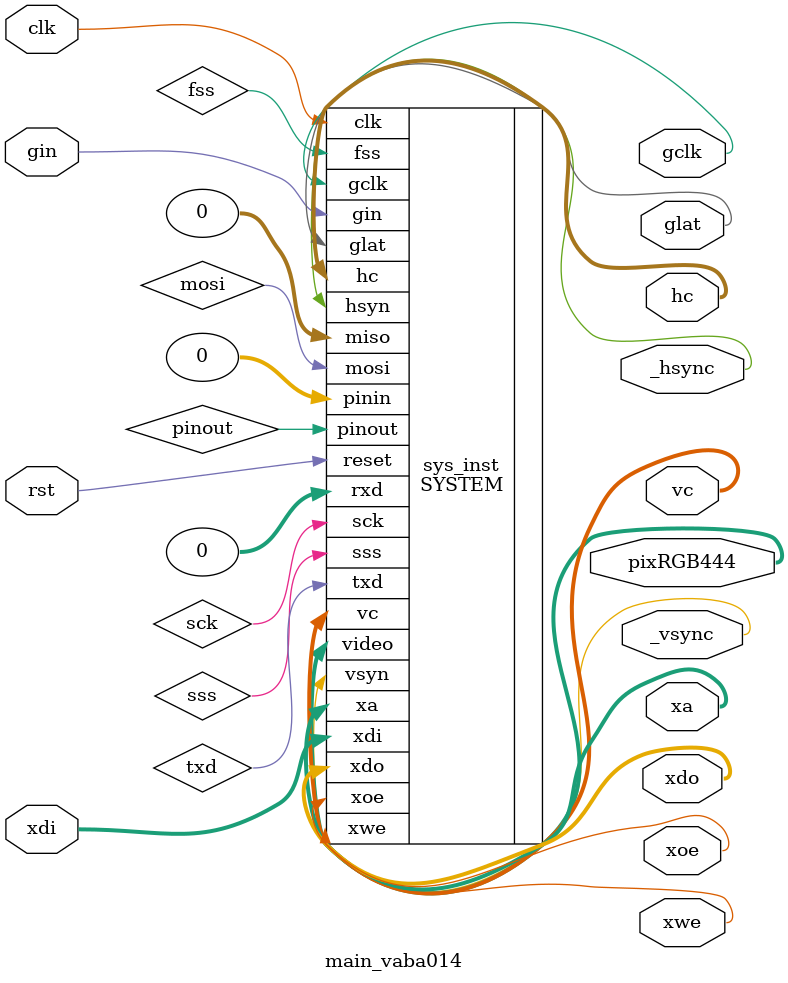
<source format=v>

`default_nettype none

module main #(
 parameter v736259 = 25000000,
 parameter v635beb = 400000,
 parameter v998150 = 0,
 parameter v8cc579 = 66,
 parameter v73d0f0 = 500,
 parameter v3bec5a = 5,
 parameter v2e7aef = 1,
 parameter v868116 = 1,
 parameter vf9f4f9 = 4,
 parameter v853baa = 192,
 parameter va39b27 = 100,
 parameter ve8ac7d = 64,
 parameter v4dcdd3 = 192,
 parameter v24d0a4 = 60,
 parameter vbc9f84 = 100
) (
 input vbacd3a,
 input v10c9e7,
 input v36f371,
 input v11a4a0,
 output [1:0] v02d781,
 output [1:0] v3ef8ce,
 output [1:0] ved8336,
 output [1:0] v1e5cd8,
 output [0:7] vinit,
 inout v158ce4,
 inout v198889
);
 localparam p0 = v868116;
 localparam p1 = v3bec5a;
 localparam p2 = v8cc579;
 localparam p3 = v998150;
 localparam p7 = v4dcdd3;
 localparam p8 = vbc9f84;
 localparam p9 = ve8ac7d;
 localparam p10 = v24d0a4;
 localparam p22 = v736259;
 localparam p23 = v635beb;
 localparam p24 = vf9f4f9;
 localparam p25 = v853baa;
 localparam p26 = va39b27;
 localparam p28 = v73d0f0;
 localparam p30 = v2e7aef;
 wire w4;
 wire [0:15] w5;
 wire [0:15] w6;
 wire [0:15] w11;
 wire [0:15] w12;
 wire [0:15] w13;
 wire w14;
 wire [0:15] w15;
 wire [0:15] w16;
 wire [0:1] w17;
 wire w18;
 wire w19;
 wire w20;
 wire w21;
 wire [0:11] w27;
 wire w29;
 wire [0:9] w31;
 wire [0:9] w32;
 wire w33;
 wire w34;
 wire w35;
 wire w36;
 wire w37;
 wire w38;
 wire w39;
 wire w40;
 wire w41;
 wire w42;
 wire w43;
 wire w44;
 wire [0:11] w45;
 wire w46;
 wire w47;
 wire w48;
 wire w49;
 wire w50;
 wire w51;
 wire w52;
 wire w53;
 wire w54;
 wire w55;
 wire w56;
 wire w57;
 wire w58;
 wire w59;
 wire w60;
 wire [0:11] w61;
 wire [0:11] w62;
 wire w63;
 wire w64;
 wire w65;
 wire [0:1] w66;
 wire w67;
 wire w68;
 wire w69;
 wire w70;
 wire w71;
 wire w72;
 wire [0:9] w73;
 wire [0:1] w74;
 wire w75;
 wire [0:9] w76;
 wire [0:1] w77;
 wire w78;
 wire w79;
 wire [0:9] w80;
 wire [0:9] w81;
 wire [0:9] w82;
 wire w83;
 wire [0:9] w84;
 wire [0:9] w85;
 wire [0:9] w86;
 wire w87;
 wire w88;
 wire w89;
 wire w90;
 wire w91;
 wire w92;
 wire w93;
 wire w94;
 wire w95;
 assign w4 = vbacd3a;
 assign v02d781 = w17;
 assign v198889 = w19;
 assign v158ce4 = w20;
 assign w21 = v11a4a0;
 assign w33 = v36f371;
 assign w34 = v36f371;
 assign w35 = v36f371;
 assign w37 = v10c9e7;
 assign v3ef8ce = w66;
 assign ved8336 = w74;
 assign v1e5cd8 = w77;
 assign w11 = w5;
 assign w12 = w6;
 assign w34 = w33;
 assign w35 = w33;
 assign w35 = w34;
 assign w40 = w38;
 assign w42 = w38;
 assign w42 = w40;
 assign w44 = w43;
 assign w47 = w46;
 assign w48 = w46;
 assign w48 = w47;
 assign w49 = w46;
 assign w49 = w47;
 assign w49 = w48;
 assign w50 = w46;
 assign w50 = w47;
 assign w50 = w48;
 assign w50 = w49;
 assign w51 = w46;
 assign w51 = w47;
 assign w51 = w48;
 assign w51 = w49;
 assign w51 = w50;
 assign w52 = w46;
 assign w52 = w47;
 assign w52 = w48;
 assign w52 = w49;
 assign w52 = w50;
 assign w52 = w51;
 assign w53 = w46;
 assign w53 = w47;
 assign w53 = w48;
 assign w53 = w49;
 assign w53 = w50;
 assign w53 = w51;
 assign w53 = w52;
 assign w54 = w46;
 assign w54 = w47;
 assign w54 = w48;
 assign w54 = w49;
 assign w54 = w50;
 assign w54 = w51;
 assign w54 = w52;
 assign w54 = w53;
 assign w55 = w46;
 assign w55 = w47;
 assign w55 = w48;
 assign w55 = w49;
 assign w55 = w50;
 assign w55 = w51;
 assign w55 = w52;
 assign w55 = w53;
 assign w55 = w54;
 assign w57 = w56;
 assign w58 = w56;
 assign w58 = w57;
 assign w59 = w56;
 assign w59 = w57;
 assign w59 = w58;
 assign w60 = w56;
 assign w60 = w57;
 assign w60 = w58;
 assign w60 = w59;
 assign w64 = w63;
 assign w68 = w67;
 assign w69 = w67;
 assign w69 = w68;
 assign w81 = w80;
 assign w82 = w80;
 assign w82 = w81;
 assign w85 = w84;
 assign w86 = w84;
 assign w86 = w85;
 assign w89 = w88;
 assign w91 = w90;
 ve2b7eb #(
  .vd29ea2(p0),
  .v204bed(p1),
  .vecb3d5(p2),
  .ve58c06(p3)
 ) vba26bf (
  .v328508(w4),
  .vdbfa46(w46)
 );
 main_vd18f21 vd18f21 (
 
 );
 main_vb5f312 #(
  .REDUCED_W(p9),
  .REDUCED_H(p10)
 ) vb5f312 (
  .addr(w5),
  .din(w6),
  ._dout(w15),
  .clk(w51),
  .start_x(w81),
  .start_y(w85),
  .we_n(w88),
  .oe_n(w90)
 );
 main_ve9b716 #(
  .WINDOW_WIDTH(p7),
  .WINDOW_HEIGHT(p8)
 ) ve9b716 (
  .addr(w11),
  .din(w12),
  ._dout(w13),
  .in_window(w14),
  .clk(w52),
  .start_x(w82),
  .start_y(w86),
  .we_n(w89),
  .oe_n(w91)
 );
 main_v9a16d4 v9a16d4 (
  .A(w13),
  .in_window(w14),
  .B(w15),
  .C(w16)
 );
 v80ac84 v0624f4 (
  .v67a3fc(w17),
  .v03aaf0(w64),
  .vee8a83(w68)
 );
 main_v8deb2d v8deb2d (
  .pixel(w61),
  .R(w66),
  .G(w74),
  .B(w77)
 );
 vfebcfe vf65ef5 (
  .v9fb85f(w18)
 );
 vea7a9f #(
  .vaa7e21(p22),
  .vf72171(p23)
 ) v2ed790 (
  .vc79dbf(w19),
  .v809f00(w20),
  .v8d5a0a(w21),
  .v4a0eb9(w27),
  .v31e23c(w45),
  .v195602(w55),
  .v15d637(w59)
 );
 main_v375c16 v375c16 (
  .clk(w46),
  .reset(w56),
  .button_up(w65),
  .button_down(w70),
  .gin(w71),
  .button_left(w72),
  .button_right(w75),
  .button_a(w78),
  .button_b(w79),
  .glat(w83),
  .gclk(w87)
 );
 main_vfc2db4 #(
  .BPP(p24),
  .B_W(p25),
  .B_H(p26)
 ) vfc2db4 (
  .bypass(w18),
  .clk(w47),
  .pixel_smoothed(w61),
  .pixRGB(w62),
  .hsync_in(w63),
  .vsync_in(w67),
  .hc(w73),
  .vc(w76),
  .bx(w80),
  .by(w84)
 );
 v0a6cbe #(
  .v32686c(p28)
 ) v8f119d (
  .va9e867(w29),
  .v809991(w48)
 );
 va20433 #(
  .v71e305(p30)
 ) v807997 (
  .vf54559(w29),
  .va4102a(w49),
  .ve8318d(w56)
 );
 main_v6fa439 v6fa439 (
  .joy_x(w31),
  .joy_y(w32),
  .clk(w53),
  .rst(w58),
  .win_x(w80),
  .win_y(w84)
 );
 v370abb v184ef1 (
  .vb192d0(w34),
  .vd53c9c(w36),
  .v030ad0(w78),
  .v27dec4(w93)
 );
 v370abb vc2335d (
  .vb192d0(w33),
  .vd53c9c(w39),
  .v030ad0(w79),
  .v27dec4(w92)
 );
 vba518e v16ec4e (
  .v0e28cb(w43),
  .vcbab45(w72),
  .v3ca442(w94)
 );
 v3676a0 v40adeb (
  .v0e28cb(w35),
  .vcbab45(w41)
 );
 vba518e v8b4bcb (
  .v0e28cb(w44),
  .vcbab45(w75),
  .v3ca442(w95)
 );
 vba518e v579cc7 (
  .v0e28cb(w38),
  .v3ca442(w39),
  .vcbab45(w70)
 );
 vba518e v0a34fd (
  .v3ca442(w36),
  .v0e28cb(w40),
  .vcbab45(w65)
 );
 v3676a0 vdcd89c (
  .v0e28cb(w37),
  .vcbab45(w38)
 );
 vba518e v01fd03 (
  .v3ca442(w41),
  .v0e28cb(w42),
  .vcbab45(w43)
 );
 main_vaf7d43 vaf7d43 (
  .adc_y(w27),
  .x_out(w31),
  .y_out(w32),
  .adc_x(w45),
  .clk(w54),
  .reset(w60),
  .vsync_in(w69),
  .down(w92),
  .up(w93),
  .left(w94),
  .right(w95)
 );
 main_vaba014 vaba014 (
  .xa(w5),
  .xdo(w6),
  .xdi(w16),
  .clk(w50),
  .rst(w57),
  .pixRGB444(w62),
  ._hsync(w63),
  ._vsync(w67),
  .gin(w71),
  .hc(w73),
  .vc(w76),
  .glat(w83),
  .gclk(w87),
  .xwe(w88),
  .xoe(w90)
 );
 assign vinit = 8'b00000000;
endmodule

//---------------------------------------------------
//-- Text Terminal for VGA
//-- - - - - - - - - - - - - - - - - - - - - - - - --
//-- Aparently simple, but complex design to discuss about PLL and global variables in Icestudio
//---------------------------------------------------
//---- Top entity
module ve2b7eb #(
 parameter ve58c06 = 0,
 parameter vecb3d5 = 66,
 parameter v204bed = 5,
 parameter vd29ea2 = 1,
 parameter v16d365 = "SIMPLE"
) (
 input v328508,
 output vdbfa46,
 output v3ead5b,
 output v333bf4
);
 localparam p0 = ve58c06;
 localparam p1 = vecb3d5;
 localparam p2 = v204bed;
 localparam p3 = vd29ea2;
 localparam p4 = v16d365;
 wire w5;
 wire w6;
 wire w7;
 wire w8;
 wire w9;
 wire w10;
 assign vdbfa46 = w7;
 assign v3ead5b = w8;
 assign v333bf4 = w9;
 assign w10 = v328508;
 vc83dcd va0dc84 (
  .v608bd9(w5)
 );
 vc4dd08 vda5929 (
  .v608bd9(w6)
 );
 ve2b7eb_vd4bd9d #(
  .DIVR(p0),
  .DIVF(p1),
  .DIVQ(p2),
  .FILTER_RANGE(p3),
  .FEEDBACK_PATH(p4)
 ) vd4bd9d (
  .RESETB(w5),
  .BYPASS(w6),
  .PLLOUTGLOBAL(w7),
  .PLLOUTCORE(w8),
  .LOCK(w9),
  .PACKAGEPIN(w10)
 );
endmodule

//---------------------------------------------------
//-- PLL40_PAD
//-- - - - - - - - - - - - - - - - - - - - - - - - --
//-- SB_PLL40_PAD
//---------------------------------------------------

module ve2b7eb_vd4bd9d #(
 parameter DIVR = 0,
 parameter DIVF = 0,
 parameter DIVQ = 0,
 parameter FILTER_RANGE = 0,
 parameter FEEDBACK_PATH = 0
) (
 input PACKAGEPIN,
 input RESETB,
 input BYPASS,
 output PLLOUTGLOBAL,
 output PLLOUTCORE,
 output LOCK
);
 SB_PLL40_PAD #(
 		.FEEDBACK_PATH("SIMPLE"),
 		.DIVR(DIVR),		// DIVR =  0
 		.DIVF(DIVF),	// DIVF = 79
 		.DIVQ(DIVQ),		// DIVQ =  4
 		.FILTER_RANGE(FILTER_RANGE)	// FILTER_RANGE = 1
 	) uut (
 		.LOCK(LOCK),
 		.RESETB(RESETB),
 		.BYPASS(BYPASS),
 		.PACKAGEPIN(PACKAGEPIN),
 		.PLLOUTCORE(PLLOUTCORE),
 		.PLLOUTGLOBAL(PLLOUTGLOBAL)
 		);
endmodule
//---- Top entity
module vc83dcd (
 output v608bd9
);
 wire w0;
 assign v608bd9 = w0;
 vc83dcd_v68c173 v68c173 (
  .v(w0)
 );
endmodule

//---------------------------------------------------
//-- Bit 1
//-- - - - - - - - - - - - - - - - - - - - - - - - --
//-- Assign 1 to the output wire
//---------------------------------------------------

module vc83dcd_v68c173 (
 output v
);
 // Bit 1
 
 assign v = 1'b1;
endmodule
//---- Top entity
module vc4dd08 (
 output v608bd9
);
 wire w0;
 assign v608bd9 = w0;
 vc4dd08_v68c173 v68c173 (
  .v(w0)
 );
endmodule

//---------------------------------------------------
//-- Bit 0
//-- - - - - - - - - - - - - - - - - - - - - - - - --
//-- Assign 0 to the output wire
//---------------------------------------------------

module vc4dd08_v68c173 (
 output v
);
 // Bit 0
 
 assign v = 1'b0;
endmodule
//---- Top entity
module v80ac84 (
 input vee8a83,
 input v03aaf0,
 output [1:0] v67a3fc
);
 wire w0;
 wire w1;
 wire [0:1] w2;
 assign w0 = vee8a83;
 assign w1 = v03aaf0;
 assign v67a3fc = w2;
 v80ac84_v9a2a06 v9a2a06 (
  .i1(w0),
  .i0(w1),
  .o(w2)
 );
endmodule

//---------------------------------------------------
//-- Bus2-Join-all
//-- - - - - - - - - - - - - - - - - - - - - - - - --
//-- Bus2-Join-all: Joint two wires into a 2-bits Bus
//---------------------------------------------------

module v80ac84_v9a2a06 (
 input i1,
 input i0,
 output [1:0] o
);
 assign o = {i1, i0};
 
endmodule
//---- Top entity
module vfebcfe (
 output v9fb85f
);
 wire w0;
 assign v9fb85f = w0;
 vfebcfe_vb2eccd vb2eccd (
  .q(w0)
 );
endmodule

//---------------------------------------------------
//-- bit-1
//-- - - - - - - - - - - - - - - - - - - - - - - - --
//-- Constant bit 1
//---------------------------------------------------

module vfebcfe_vb2eccd (
 output q
);
 //-- Constant bit-1
 assign q = 1'b1;
 
 
endmodule
//---- Top entity
module vea7a9f #(
 parameter vaa7e21 = 12000000,
 parameter vf72171 = 400000
) (
 input v195602,
 input v15d637,
 input v8d5a0a,
 output [11:0] v33c8d6,
 output [11:0] v75d11d,
 output [11:0] v4a0eb9,
 output [11:0] v31e23c,
 output v3351ca,
 inout v809f00,
 inout vc79dbf
);
 localparam p0 = vf72171;
 localparam p1 = vaa7e21;
 wire w2;
 wire w3;
 wire w4;
 wire w5;
 wire w6;
 wire w7;
 wire [0:11] w8;
 wire [0:11] w9;
 wire [0:11] w10;
 wire [0:11] w11;
 assign w2 = v15d637;
 assign w3 = v8d5a0a;
 assign w4 = v195602;
 assign v809f00 = w5;
 assign vc79dbf = w6;
 assign v3351ca = w7;
 assign v31e23c = w8;
 assign v4a0eb9 = w9;
 assign v75d11d = w10;
 assign v33c8d6 = w11;
 vea7a9f_ve9ee3c #(
  .FSCL(p0),
  .FCLK(p1)
 ) ve9ee3c (
  .reset(w2),
  .int(w3),
  .clk(w4),
  .sda(w5),
  .scl(w6),
  .sampletick(w7),
  .ana0(w8),
  .ana1(w9),
  .ana2(w10),
  .ana3(w11)
 );
endmodule

//---------------------------------------------------
//-- ADC_ADS7924_Arias
//-- - - - - - - - - - - - - - - - - - - - - - - - --
//-- This module is a block that reads the 4 ADC inputs of the ADS7924 and presents the results as plain four 12-bit values.
//---------------------------------------------------

module vea7a9f_ve9ee3c #(
 parameter FCLK = 0,
 parameter FSCL = 0
) (
 input clk,
 input reset,
 input int,
 output [11:0] ana3,
 output [11:0] ana2,
 output [11:0] ana1,
 output [11:0] ana0,
 output sampletick,
 inout sda,
 inout scl
);
 ////////////////////////////////////////////////////////////////////
 //                ADS7924 reader (via I2C bus)
 // J. Arias (2024) Public domain sources
 //
 // This module is a block that reads the 4 ADC inputs of the ADS7924
 // and presents the results as plain four 12-bit values.
 // -First, it configure the ADC with "Auto-Burst Scan with Sleep" mode,
 //  with minimun sleep time (2.5ms / 4 = 625us), and 14us adquisition
 //  time (max source resistance: 100 kohm)
 // -Then it waits for BUSY pulses on the INT input, reads the 4 channel
 //  values, and keeps doing this again and again.
 // -A sample clock output is provided. This signal is low while the data
 //  is being updated. Output updates are atomic (the whole 12 bits of
 //  the outputs are written in parallel)
 //
 // I2C Details:
 // - ACK bits are ignored (there is nothing we can do if they fail, anyways)
 // - No clock stretching is allowed (this isn't a problem for the ADS7924)
 //
 // Performance:
 // - 1430 (+-20%) Samples/s. The sampling rate depends on an inaccurate 
 //   internal clock.
 // - 124 Logic cells.
 //
 // More info = https://groups.google.com/g/fpga-wars-explorando-el-lado-libre/c/9gcu-SFjloA
 
 // Clock dividers clk2 = 2*clkbit, almost square
 localparam DIVIDER = (FCLK/2)/FSCL;
 localparam NDIV = $clog2(DIVIDER);
 
 reg [NDIV-1:0]pres=0;
 always @(posedge clk) pres<= (pres==DIVIDER-1) ? 0 : pres+1;
 reg clk2=0;
 always @(posedge clk) clk2<=(pres<=(DIVIDER/2));
 
 reg clkbit=0;	// bit clock, active rising
 always @(posedge clk2) clkbit<=~clkbit;
 
 // SCL & SDA
 reg sclo1; // temp SCL output, 1/4 Tbit delay
 always @(negedge clk2) sclo1<=idle | (start&clkbit) | (stop&(~clkbit)) | clkbit;
 reg sclo;  // SCL output resampled (delayed 1 clk for equalization with respect SDA)
 always @(posedge clk) sclo<=sclo1;
 reg sdao;  // registered SDA output to avoid glitches
 always @(posedge clk) sdao <= idle | (start&clkbit) | (stop&(~clkbit)) | (datast&sh[8]) ;
 
 // Open-drain pins: SCL, SDA
 assign scl = sclo ? 1'bz : 1'b0;
 assign sda = sdao ? 1'bz : 1'b0;
 
 // bit counter (9 cycles: data + ACK)
 reg [3:0]bcnt=0;
 wire nxtinstr = (~datast)|bcnt[3];	// next instruction: after 9 cycles if in data state
 always @(posedge clkbit) bcnt<= nxtinstr ? 0 : bcnt+1;
 
 // Shift register (sda input and output)
 reg ssda;	// sampled SDA (SCL falling)
 always @(negedge scl) ssda<=sda;
 
 reg [8:0]sh; // 9-bit shift register
 always @(posedge clkbit) sh<= nxtinstr ? {ucode[7:0],ack} : {sh[7:0],ssda};
 
 /////////////////// SEQUENCER //////////////////////
 /// START / STOP / IDLE / DATA
 localparam IDL = 2'b00;
 localparam STA = 2'b01;
 localparam STP = 2'b10;
 localparam DAT = 2'b11;
 
 // instructions
 wire idle  = (ucode[10:9]==IDL);
 wire start = (ucode[10:9]==STA);
 wire stop  = (ucode[10:9]==STP);
 wire datast= (ucode[10:9]==DAT);
 
 localparam ACK = 1'b0;
 localparam NAK = 1'b1;
 wire ack =ucode[8];		// ACK bit to send
 
 wire goto=ucode[11];	// Goto to address 0
 wire wr0 =ucode[12];	// write channels #0 to #3
 wire wr1 =ucode[13];
 wire wr2 =ucode[14];
 wire wr3 =ucode[15];
 
 // address counter
 localparam ADDRST=16; 	// reset address
 reg [4:0]uaddr = ADDRST;// address counter
 
 always @(posedge clkbit or posedge reset)
 	if (reset) uaddr<=ADDRST;
 	// GOTO and IDLE with no data_av jumps to address 0
 	else uaddr<= (goto | (idle & (~data_av)))? 0 : uaddr + nxtinstr;
 	// GOTO jumps to address 0. IDLE blocks until data_av
 	//else uaddr<= goto ? 0 : uaddr + (nxtinstr & ((~idle)|data_av));
 
 // microcode ROM (asynchronous)
 //  includes control signals (write, goto) for current instruction, 
 //  and data to be loaded into the shift register for next instruction
 reg [15:0]ucode;	// not register, combinational
 always @*
 	case(uaddr)
 	// Operation loop
 	//              wr3-0  goto inst ack  data
 	5'd0 : ucode<={4'b0000,1'b0, IDL,1'bx,8'hxx};	// wait for INT edge
 	5'd1 : ucode<={4'b0000,1'b0, STA, NAK,8'h90};	// START, Slave address, write
 	5'd2 : ucode<={4'b0000,1'b0, DAT, NAK,8'h82};	// reg #2, increment address
 	5'd3 : ucode<={4'b0000,1'b0, DAT,1'bx,8'hXX};	// send last byte
 	5'd4 : ucode<={4'b0000,1'b0, STP,1'bx,8'hXX};	// STOP
 	
 	5'd5 : ucode<={4'b0000,1'b0, STA, NAK,8'h91};	// START, Slave address, read
 	5'd6 : ucode<={4'b0000,1'b0, DAT, ACK,8'hFF};	
 	5'd7 : ucode<={4'b0000,1'b0, DAT, ACK,8'hFF};	// DATA0_U
 	5'd8 : ucode<={4'b0001,1'b0, DAT, ACK,8'hFF};	// DATA0_L, write to AN0
 	5'd9 : ucode<={4'b0000,1'b0, DAT, ACK,8'hFF};	// DATA1_U
 	5'd10: ucode<={4'b0010,1'b0, DAT, ACK,8'hFF};	// DATA1_L, write to AN1
 	5'd11: ucode<={4'b0000,1'b0, DAT, ACK,8'hFF};	// DATA2_U
 	5'd12: ucode<={4'b0100,1'b0, DAT, ACK,8'hFF};	// DATA2_L, write to AN2
 	5'd13: ucode<={4'b0000,1'b0, DAT, NAK,8'hFF};	// DATA3_U
 	5'd14: ucode<={4'b1000,1'b0, DAT,1'bx,8'hXX};	// DATA3_L, write to AN3
 	5'd15: ucode<={4'b0000,1'b1, STP,1'bx,8'hXX};	// STOP, GOTO 0
 	
 	// Init: configuring ADC registers
 	5'd16: ucode<={4'b0000,1'b0, STA, NAK,8'h90};	// START, Slave address, write
 	5'd17: ucode<={4'b0000,1'b0, DAT, NAK,8'h80};	// reg #0, increment address
 	5'd18: ucode<={4'b0000,1'b0, DAT, NAK,8'hFC};	// Auto-Burst Scan with Sleep mode, ch #0
 	5'd19: ucode<={4'b0000,1'b0, DAT,1'bx,8'hXX};	// send last byte
 	5'd20: ucode<={4'b0000,1'b0, STP,1'bx,8'hXX};	// STOP
 	
 	5'd21: ucode<={4'b0000,1'b0, STA, NAK,8'h90};	// START, Slave address, write
 	5'd22: ucode<={4'b0000,1'b0, DAT, NAK,8'h92};	// reg #0x12, increment address 
 	5'd23: ucode<={4'b0000,1'b0, DAT, NAK,8'h04};	// INTCFG: INT=BUSY, active low
 	5'd24: ucode<={4'b0000,1'b0, DAT, NAK,8'h20};	// SLPCFG: Sleep: 2.5ms/4
 	5'd25: ucode<={4'b0000,1'b0, DAT, NAK,8'h04};	// ACQCFG: 4*2+6 = 14us
 	5'd26: ucode<={4'b0000,1'b0, DAT,1'bx,8'hXX};	// send last byte
 	5'd27: ucode<={4'b0000,1'b1, STP,1'bx,8'hXX};	// STOP, GOTO 0
 
 	default: ucode<=16'hxxxx;
 	endcase
 	
 // Output registers
 // notice the ACK bit hasn't been yet shifted in when 'nxtinstr' is asserted
 reg [7:0]olddat;	// previous byte
 always @(posedge clkbit) if (nxtinstr) olddat<=sh[7:0];
 reg [11:0]an0;
 reg [11:0]an1;
 reg [11:0]an2;
 reg [11:0]an3;
 always @(posedge clkbit) begin
 	if (nxtinstr & wr0) an0<={olddat,sh[7:4]};
 	if (nxtinstr & wr1) an1<={olddat,sh[7:4]};
 	if (nxtinstr & wr2) an2<={olddat,sh[7:4]};
 	if (nxtinstr & wr3) an3<={olddat,sh[7:4]};
 end
 
 // INT trigger
 // (Datasheet errata? There are 4 busy pulses, one per channel, when the datasheet
 // shows only one pulse on fig. 28 "Auto-Burst Scan With Sleep Operation Example".
 // Anyway, a workaround is implemented)
 reg [3:0]tim;	// Monostable timer (4 busy pulses -> single pulse)
 always @(posedge clkbit) tim <= int ? tim+(tim!=15) : 0;
 
 wire data_av =(tim==14); // Data Available for read
 
 // Sample Clock
 reg sampleck=0;
 always @(posedge clkbit) sampleck<= data_av ? 1'b0 :(goto ? 1'b1 : sampleck);
 
 assign sampletick = sampleck;
 assign ana0 = an0;
 assign ana1 = an1;
 assign ana2 = an2;
 assign ana3 = an3;
 
endmodule
//---- Top entity
module v0a6cbe #(
 parameter v32686c = 500
) (
 input v809991,
 output va9e867
);
 localparam p2 = v32686c;
 wire w0;
 wire w1;
 wire w3;
 wire w4;
 wire w5;
 wire w6;
 wire w7;
 assign w1 = v809991;
 assign va9e867 = w5;
 assign w6 = v809991;
 assign w7 = v809991;
 assign w6 = w1;
 assign w7 = w1;
 assign w7 = w6;
 v725b7e v6297a3 (
  .v9fb85f(w0)
 );
 vaf48eb ve24633 (
  .v7a9926(w0),
  .v17905c(w1),
  .v0e6b31(w3)
 );
 v8e2728 vf57b58 (
  .v10eedb(w3),
  .v2dffca(w4),
  .v0884a0(w6)
 );
 vd809c3 #(
  .v187a47(p2)
 ) v17f869 (
  .v6e1dd1(w4),
  .va9e2af(w5),
  .v5688a8(w7)
 );
endmodule

//---------------------------------------------------
//-- IniTic
//-- - - - - - - - - - - - - - - - - - - - - - - - --
//-- Emite un solo tic al iniciarse la FPGA.
//---------------------------------------------------
//---- Top entity
module v725b7e (
 output v9fb85f
);
 wire w0;
 assign v9fb85f = w0;
 v725b7e_vb2eccd vb2eccd (
  .q(w0)
 );
endmodule

//---------------------------------------------------
//-- 1
//-- - - - - - - - - - - - - - - - - - - - - - - - --
//-- Un bit constante a 1
//---------------------------------------------------

module v725b7e_vb2eccd (
 output q
);
 //-- Bit constante a 1
 assign q = 1'b1;
 
 
endmodule
//---- Top entity
module vaf48eb (
 input v17905c,
 input v7a9926,
 output v0e6b31
);
 wire w0;
 wire w1;
 wire w2;
 assign w0 = v17905c;
 assign w1 = v7a9926;
 assign v0e6b31 = w2;
 vaf48eb_v39aeaa v39aeaa (
  .Clock(w0),
  .D(w1),
  .Q(w2)
 );
endmodule

//---------------------------------------------------
//-- DFF ini = 0
//-- - - - - - - - - - - - - - - - - - - - - - - - --
//-- DFF ini = 0
//---------------------------------------------------

module vaf48eb_v39aeaa (
 input Clock,
 input D,
 output Q
);
 reg _Q = 0;
 assign Q=_Q;
 always @(posedge Clock)
 begin
   _Q <= D;
 end
endmodule
//---- Top entity
module v8e2728 (
 input v0884a0,
 input v10eedb,
 output v2dffca
);
 wire w0;
 wire w1;
 wire w2;
 assign w0 = v10eedb;
 assign v2dffca = w1;
 assign w2 = v0884a0;
 v8e2728_v115ffb v115ffb (
  .i(w0),
  .o(w1),
  .clk(w2)
 );
endmodule

//---------------------------------------------------
//-- Subida
//-- - - - - - - - - - - - - - - - - - - - - - - - --
//-- Detector de flanco de subida. Emite un tic cuando detecta un flanco ascendente
//---------------------------------------------------

module v8e2728_v115ffb (
 input clk,
 input i,
 output o
);
 reg q = 0;
 
 always @(posedge clk)
   q <= i;
   
 assign o = (~q & i);  
endmodule
//---- Top entity
module vd809c3 #(
 parameter v187a47 = 100
) (
 input v5688a8,
 input v6e1dd1,
 output veabfb2,
 output va9e2af
);
 localparam p4 = v187a47;
 wire w0;
 wire w1;
 wire w2;
 wire w3;
 assign w0 = v6e1dd1;
 assign veabfb2 = w1;
 assign va9e2af = w2;
 assign w3 = v5688a8;
 vd809c3_v3140f5 #(
  .MS(p4)
 ) v3140f5 (
  .start(w0),
  .p(w1),
  .tic(w2),
  .clk(w3)
 );
endmodule

//---------------------------------------------------
//-- timer-msec CLONE
//-- - - - - - - - - - - - - - - - - - - - - - - - --
//-- Temporizador en milisegundos. La señal p está activa durante el tiempo indicado. Por tic se emite un tic al finalizar
//---------------------------------------------------

module vd809c3_v3140f5 #(
 parameter MS = 0
) (
 input clk,
 input start,
 output p,
 output tic
);
 //localparam MS;
 
 //-- Constante para dividir y obtener una señal de  
 //-- periodo 1ms
 localparam M = 25000;
 
 //-- Calcular el numero de bits para almacenar M
 localparam N = $clog2(M);
 
 //-- Cable de reset para el corazon
 wire rst_heart;
 
 //-- Overflow del temporizador del corazon
 wire ov_heart;
 
 //-- Habilitacion del corazon
 wire ena;
 
 //-- Tics del corazon
 wire tic_heart;
 
 //-- Contador del corazon
 reg [N-1:0] heart=0;
 
 always @(posedge clk)
   if (rst_heart)
     heart <= 0;
   else
     heart <= heart + 1;
 
 //-- Overflow del contador
 assign ov_heart = (heart == M-1);
 
 //-- La salida del corazon es la señal de overflow
 assign tic_heart = ov_heart;
 
 //-- Reset del corazon
 assign rst_heart =~ena | ov_heart;
 
 
 
 //--------------------------------------------
 //-- Contador de tics
 //--------------------------------------------
 
 //-- Calcular el numero de bits para almacenar MS tics
 localparam CB = $clog2(MS);
 
 reg [CB-1:0] counter = 0;
 
 //-- Overflow del contador
 wire ov;
 
 //-- Señal de reset del contador
 wire rst;
 
 always @(posedge clk)
 if (rst)
   counter <= 0;
 else
   if (tic_heart)
     counter <= counter + 1;
 
 //-- Evento: cuenta máxima de tics alcanzada
 assign ov = (counter == MS);
 
 //---------------------------------------
 //-- Biestable de estado del timer
 //-- 0: Apagado  
 //-- 1: Funcionando
 reg q = 0;
 
 always @(posedge clk)
   if (start)
     q <= 1'b1;
   else if (rst)
     q<=1'b0;
     
 //-- Lógica de reset
 //En función de la entrada, el estado y  
 // el overflow se inicializa el contador y 
 // se habilita el corazón de tics
 assign rst = ~q | ov | start;
 assign ena = ~rst;
 
 //-- Salida de pulso
 assign p = q;
 
 //-- Salida de tic
 //-- Saca un tic cuando ha finalizado la cuenta
 assign tic = ov;
 
endmodule
//---- Top entity
module va20433 #(
 parameter v71e305 = 0
) (
 input va4102a,
 input vf54559,
 output ve8318d
);
 localparam p3 = v71e305;
 wire w0;
 wire w1;
 wire w2;
 assign w0 = va4102a;
 assign w1 = vf54559;
 assign ve8318d = w2;
 va20433_vb8adf8 #(
  .INI(p3)
 ) vb8adf8 (
  .clk(w0),
  .T(w1),
  .q(w2)
 );
endmodule

//---------------------------------------------------
//-- Biestable-T
//-- - - - - - - - - - - - - - - - - - - - - - - - --
//-- Biestable de cambio (Tipo T). Cuando se recibe un tic cambia de estado
//---------------------------------------------------

module va20433_vb8adf8 #(
 parameter INI = 0
) (
 input clk,
 input T,
 output q
);
 reg _q = INI;
 assign q=_q;
 always @(posedge clk)
   if (T)
     _q <= ~_q;
     
 
endmodule
//---- Top entity
module v370abb (
 input v27dec4,
 input vb192d0,
 output v030ad0,
 output vd53c9c
);
 wire w0;
 wire w1;
 wire w2;
 wire w3;
 wire w4;
 wire w5;
 wire w6;
 assign v030ad0 = w0;
 assign vd53c9c = w1;
 assign w3 = v27dec4;
 assign w4 = v27dec4;
 assign w5 = vb192d0;
 assign w6 = vb192d0;
 assign w4 = w3;
 assign w6 = w5;
 vba518e vb523bf (
  .vcbab45(w0),
  .v0e28cb(w3),
  .v3ca442(w6)
 );
 v3676a0 vde5c93 (
  .vcbab45(w2),
  .v0e28cb(w5)
 );
 vba518e vf65161 (
  .vcbab45(w1),
  .v3ca442(w2),
  .v0e28cb(w4)
 );
endmodule

//---------------------------------------------------
//-- DeMux-1-2
//-- - - - - - - - - - - - - - - - - - - - - - - - --
//-- 1-to-2 DeMultplexer (1-bit channels)
//---------------------------------------------------
//---- Top entity
module vba518e (
 input v0e28cb,
 input v3ca442,
 output vcbab45
);
 wire w0;
 wire w1;
 wire w2;
 assign w0 = v0e28cb;
 assign w1 = v3ca442;
 assign vcbab45 = w2;
 vba518e_vf4938a vf4938a (
  .a(w0),
  .b(w1),
  .c(w2)
 );
endmodule

//---------------------------------------------------
//-- AND2
//-- - - - - - - - - - - - - - - - - - - - - - - - --
//-- Two bits input And gate
//---------------------------------------------------

module vba518e_vf4938a (
 input a,
 input b,
 output c
);
 //-- AND gate
 //-- Verilog implementation
 
 assign c = a & b;
 
endmodule
//---- Top entity
module v3676a0 (
 input v0e28cb,
 output vcbab45
);
 wire w0;
 wire w1;
 assign w0 = v0e28cb;
 assign vcbab45 = w1;
 v3676a0_vd54ca1 vd54ca1 (
  .a(w0),
  .q(w1)
 );
endmodule

//---------------------------------------------------
//-- NOT
//-- - - - - - - - - - - - - - - - - - - - - - - - --
//-- NOT gate (Verilog implementation)
//---------------------------------------------------

module v3676a0_vd54ca1 (
 input a,
 output q
);
 //-- NOT Gate
 assign q = ~a;
 
 
endmodule

module main_vd18f21
;
 // @include fix_mpy.v
 // @include fmul.v
 // @include fmul24.v
 // @include fmulbooth.v
 // @include videomodule.v
 // @include SYSTEM.v
 // @include sram_model.v
 // @include window_checker.v
 // @include resize_mapper.v
 // @include sram_resize.v
 // @include vga_smooth.v
 // @include rgb_444_to_222_lineal.v
 // @include nespad_module.v
 // @include joystick_controller.v
 // @include window_mapping.v
endmodule

module main_vb5f312 #(
 parameter REDUCED_W = 0,
 parameter REDUCED_H = 0
) (
 input clk,
 input we_n,
 input oe_n,
 input [15:0] addr,
 input [15:0] din,
 input [9:0] start_x,
 input [9:0] start_y,
 output [15:0] _dout
);
 wire data_valid;      
 
 
                  sram_resize#(.REDUCED_W(REDUCED_W),
                  .REDUCED_H(REDUCED_H)
                  )sram_inst (
         .clk(clk),
         .ce_n(1'b0),             // Always enabled
         .oe_n(oe_n),             // Output enable from SYSTEM
         .we_n(we_n),             // Write enable from SYSTEM
         .bhe_n(1'b0),            // Both bytes enabled
         .ble_n(1'b0),
         .addr({2'b00, addr}),     // Extend 16-bit xa to 18-bit addr
         .data_in(din),            // Data from SYSTEM to SRAM
         .data_out(_dout),         // Data from SRAM to SYSTEM
         .data_valid(data_valid),  // Data valid (not used by SYSTEM)
         .sx(start_x),
         .sy(start_y[8:0])
     );
endmodule

module main_ve9b716 #(
 parameter WINDOW_WIDTH = 0,
 parameter WINDOW_HEIGHT = 0
) (
 input clk,
 input we_n,
 input oe_n,
 input [15:0] addr,
 input [15:0] din,
 input [9:0] start_x,
 input [9:0] start_y,
 output in_window,
 output [15:0] _dout
);
 wire data_valid;      
 
  // SRAM model
     sram_model#(.WIN_W(WINDOW_WIDTH),
                  .WIN_H(WINDOW_HEIGHT)
                  )sram_inst (
         .clk(clk),
         .ce_n(1'b0),             // Always enabled
         .oe_n(oe_n),             // Output enable from SYSTEM
         .we_n(we_n),             // Write enable from SYSTEM
         .bhe_n(1'b0),            // Both bytes enabled
         .ble_n(1'b0),
         .addr({2'b00, addr}),     // Extend 16-bit xa to 18-bit addr
         .data_in(din),            // Data from SYSTEM to SRAM
         .data_out(_dout),         // Data from SRAM to SYSTEM
         .data_valid(data_valid),  // Data valid (not used by SYSTEM)
         .sx(start_x),
         .sy(start_y[8:0]),
         .in_window(in_window)
     );
   
endmodule

module main_v9a16d4 (
 input [15:0] B,
 input in_window,
 input [15:0] A,
 output [15:0] C
);
 assign C = (in_window) ? A : B;
 
endmodule

module main_v8deb2d (
 input [11:0] pixel,
 output [5:0] pixelConv,
 output [1:0] R,
 output [1:0] G,
 output [1:0] B
);
 rgb444_to_rgb222 rgb_converter (
     .pixel_in(pixel),  
     .pixel_out(pixelConv)  
 );
 
 assign R=pixelConv[5:4];
 assign G=pixelConv[3:2];
 assign B=pixelConv[1:0];
endmodule

module main_v375c16 (
 input clk,
 input reset,
 input [9:0] posX,
 input [9:0] posY,
 input button_up,
 input button_down,
 input button_left,
 input button_right,
 input button_a,
 input button_b,
 input glat,
 input gclk,
 output gin
);
 reg [7:0] stateb;
 
 always @(posedge clk) begin 
     stateb<={ button_a,
               button_b,
               1'b0,
               1'b0,
               button_up,
               button_down,
               button_left,
               button_right};
 end
 
 // NES pad simulator
 nespad_module nespad (
         .clk(clk),
         .reset(reset),
         .gclk(gclk),
         .glat(glat),
         .gin(gin),
         .buttons(stateb)
 );
endmodule

module main_vfc2db4 #(
 parameter BPP = 0,
 parameter B_W = 0,
 parameter B_H = 0
) (
 input clk,
 input [11:0] pixRGB,
 input hsync_in,
 input vsync_in,
 input [9:0] hc,
 input [9:0] vc,
 input bypass,
 input [9:0] bx,
 input [9:0] by,
 output [11:0] pixel_smoothed,
 output [1:0] Ro,
 output [1:0] Go,
 output [1:0] Bo,
 output hsync_out,
 output vsync_out
);
 vga_smooth #(
     .BITS_PER_PIXEL(BPP),
     .BWIDTH(B_W),
     .BHEIGHT(B_H)
 ) smooth_inst (
     .clk(clk),
     .pixel_in(pixRGB),
     .hc(hc),
     .vc(vc),
     .hsync_in(hsync_in),
     .vsync_in(vsync_in),
     .bypass(bypass), // 0 o 1
     .bx(bx),        // Por ejemplo, 100
     .by(by),        // Por ejemplo, 100
     .pixel_out(pixel_smoothed),
     .hsync_out(hsync_out),
     .vsync_out(vsync_out)
 );
 
endmodule

module main_v6fa439 (
 input clk,
 input rst,
 input [9:0] joy_x,
 input [9:0] joy_y,
 output [9:0] win_x,
 output [9:0] win_y
);
 window_mapping #(
 .POS_WIDTH(10),
       .POS_CENTER_X(10'd1000), 
       .POS_CENTER_Y(10'd1000), 
       .WIDTH(192),
       .HEIGHT(100),
       .MAX_W(640),
       .MAX_H(480)
 
   ) win_map (
       .clk  (clk),
       .rst  (rst),
       .pos_x(joy_x),   // 10 bits
       .pos_y(joy_y),   // 10 bits
       .winx (win_x),   // 10 bits
       .winy (win_y)    // 10 bits
   );
 
endmodule

module main_vaf7d43 (
 input clk,
 input [11:0] adc_y,
 input [11:0] adc_x,
 input vsync_in,
 input reset,
 output [9:0] x_out,
 output [9:0] y_out,
 output up,
 output down,
 output left,
 output right
);
 
 
 joystick_controller u_joystick (
     .clk    (clk),
     .mclk   (vsync_in),     // Por ejemplo, 1kHz de muestreo
     .rst  (reset),
     .x_adc  (adc_x),
     .y_adc  (adc_y),
     .x_out  (x_out),
     .y_out  (y_out),
     .up     (up),
     .down   (down),
     .left   (left),
     .right  (right)
 );
endmodule

module main_vaba014 (
 input clk,
 input rst,
 input [15:0] xdi,
 input gin,
 output [11:0] pixRGB444,
 output _vsync,
 output _hsync,
 output [9:0] vc,
 output [9:0] hc,
 output [15:0] xa,
 output [15:0] xdo,
 output xwe,
 output xoe,
 output gclk,
 output glat
);
 wire txd;
 wire mosi;
 wire sss;
 wire fss;
 wire sck;
 wire pinout;
 
 
 // Instantiate SYSTEM module
     SYSTEM sys_inst (
         .clk(clk),
         .reset(rst),             // Active high, matches top.v
         .hsyn(_hsync),
         .vsyn(_vsync),
         .hc(hc),
         .vc(vc),
         .video(pixRGB444),
         .xwe(xwe),
         .xoe(xoe),
         .xa(xa),
         .xdo(xdo),
         .xdi(xdi), 
         .pinin(0),
         .pinout(pinout),
         .rxd(0),
         .txd(txd),
         .sck(sck),
         .mosi(mosi),
         .miso(0),
         .fss(fss),
         .sss(sss),
         .gclk(gclk),
         .glat(glat),
         .gin(gin)
         // .deb0(), .deb1()      // Debug signals (not connected)
     );
 
endmodule

</source>
